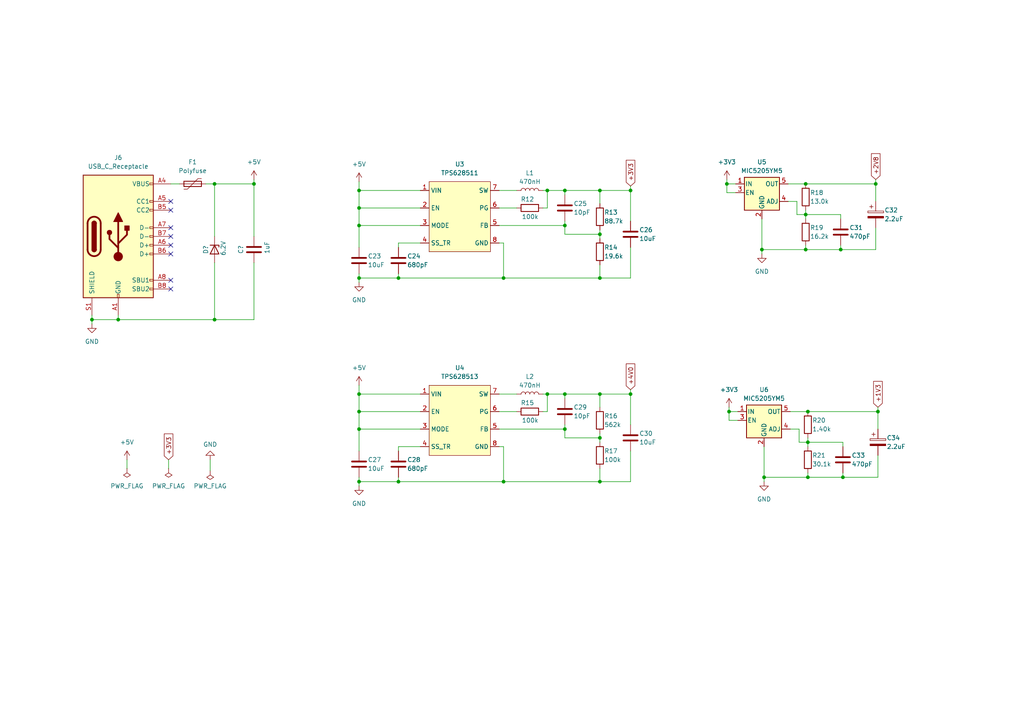
<source format=kicad_sch>
(kicad_sch (version 20230121) (generator eeschema)
  (paper "A4")
  (title_block (title "Power supply unit") (rev "1.0") (company "Politechnika Poznańska") (comment 1 "Mateusz Koza & Krzysztof Witkowski") (comment 2 "PUEiE project"))
  (lib_symbols
    (symbol "Connector:USB_C_Receptacle_USB2.0" (pin_names (offset 1.016))
      (property "Reference" "J" (at -10.16 19.05 0))
      (property "Value" "USB_C_Receptacle_USB2.0" (at 19.05 19.05 0))
      (symbol "USB_C_Receptacle_USB2.0_0_0"
        (rectangle (start -0.254 -17.78) (end 0.254 -16.764))
        (rectangle (start 10.16 -14.986) (end 9.144 -15.494))
        (rectangle (start 10.16 -12.446) (end 9.144 -12.954))
        (rectangle (start 10.16 -4.826) (end 9.144 -5.334))
        (rectangle (start 10.16 -2.286) (end 9.144 -2.794))
        (rectangle (start 10.16 0.254) (end 9.144 -0.254))
        (rectangle (start 10.16 2.794) (end 9.144 2.286))
        (rectangle (start 10.16 7.874) (end 9.144 7.366))
        (rectangle (start 10.16 10.414) (end 9.144 9.906))
        (rectangle (start 10.16 15.494) (end 9.144 14.986))
      )
      (symbol "USB_C_Receptacle_USB2.0_0_1"
        (rectangle (start -10.16 17.78) (end 10.16 -17.78) (stroke (width 0.254)) (fill (type background)))
        (arc (start -8.89 -3.81) (mid -6.985 -5.7067) (end -5.08 -3.81) (stroke (width 0.508)))
        (arc (start -7.62 -3.81) (mid -6.985 -4.4423) (end -6.35 -3.81) (stroke (width 0.254)))
        (arc (start -7.62 -3.81) (mid -6.985 -4.4423) (end -6.35 -3.81) (stroke (width 0.254)) (fill (type outline)))
        (rectangle (start -7.62 -3.81) (end -6.35 3.81) (stroke (width 0.254)) (fill (type outline)))
        (arc (start -6.35 3.81) (mid -6.985 4.4423) (end -7.62 3.81) (stroke (width 0.254)))
        (arc (start -6.35 3.81) (mid -6.985 4.4423) (end -7.62 3.81) (stroke (width 0.254)) (fill (type outline)))
        (arc (start -5.08 3.81) (mid -6.985 5.7067) (end -8.89 3.81) (stroke (width 0.508)))
        (circle (center -2.54 1.143) (radius 0.635) (stroke (width 0.254)) (fill (type outline)))
        (circle (center 0 -5.842) (radius 1.27) (fill (type outline)))
        (polyline (pts (xy -8.89 -3.81) (xy -8.89 3.81)) (stroke (width 0.508)))
        (polyline (pts (xy -5.08 3.81) (xy -5.08 -3.81)) (stroke (width 0.508)))
        (polyline (pts (xy 0 -5.842) (xy 0 4.318)) (stroke (width 0.508)))
        (polyline (pts (xy 0 -3.302) (xy -2.54 -0.762) (xy -2.54 0.508)) (stroke (width 0.508)))
        (polyline (pts (xy 0 -2.032) (xy 2.54 0.508) (xy 2.54 1.778)) (stroke (width 0.508)))
        (polyline (pts (xy -1.27 4.318) (xy 0 6.858) (xy 1.27 4.318) (xy -1.27 4.318)) (stroke (width 0.254)) (fill (type outline)))
        (rectangle (start 1.905 1.778) (end 3.175 3.048) (stroke (width 0.254)) (fill (type outline)))
      )
      (symbol "USB_C_Receptacle_USB2.0_1_1"
        (pin passive line (at 0 -22.86 90) (length 5.08) (name "GND") (number "A1"))
        (pin passive line (at 0 -22.86 90) (length 5.08) hide (name "GND") (number "A12"))
        (pin passive line (at 15.24 15.24 180) (length 5.08) (name "VBUS") (number "A4"))
        (pin bidirectional line (at 15.24 10.16 180) (length 5.08) (name "CC1") (number "A5"))
        (pin bidirectional line (at 15.24 -2.54 180) (length 5.08) (name "D+") (number "A6"))
        (pin bidirectional line (at 15.24 2.54 180) (length 5.08) (name "D-") (number "A7"))
        (pin bidirectional line (at 15.24 -12.7 180) (length 5.08) (name "SBU1") (number "A8"))
        (pin passive line (at 15.24 15.24 180) (length 5.08) hide (name "VBUS") (number "A9"))
        (pin passive line (at 0 -22.86 90) (length 5.08) hide (name "GND") (number "B1"))
        (pin passive line (at 0 -22.86 90) (length 5.08) hide (name "GND") (number "B12"))
        (pin passive line (at 15.24 15.24 180) (length 5.08) hide (name "VBUS") (number "B4"))
        (pin bidirectional line (at 15.24 7.62 180) (length 5.08) (name "CC2") (number "B5"))
        (pin bidirectional line (at 15.24 -5.08 180) (length 5.08) (name "D+") (number "B6"))
        (pin bidirectional line (at 15.24 0 180) (length 5.08) (name "D-") (number "B7"))
        (pin bidirectional line (at 15.24 -15.24 180) (length 5.08) (name "SBU2") (number "B8"))
        (pin passive line (at 15.24 15.24 180) (length 5.08) hide (name "VBUS") (number "B9"))
        (pin passive line (at -7.62 -22.86 90) (length 5.08) (name "SHIELD") (number "S1"))
      )
    )
    (symbol "Device:C" (pin_numbers hide) (pin_names (offset 0.254))
      (property "Reference" "C" (at 0.635 2.54 0))
      (property "Value" "C" (at 0.635 -2.54 0))
      (symbol "C_0_1"
        (polyline (pts (xy -2.032 -0.762) (xy 2.032 -0.762)) (stroke (width 0.508)))
        (polyline (pts (xy -2.032 0.762) (xy 2.032 0.762)) (stroke (width 0.508)))
      )
      (symbol "C_1_1"
        (pin passive line (at 0 3.81 270) (length 2.794) (name "~") (number "1"))
        (pin passive line (at 0 -3.81 90) (length 2.794) (name "~") (number "2"))
      )
    )
    (symbol "Device:C_Polarized" (pin_numbers hide) (pin_names (offset 0.254))
      (property "Reference" "C" (at 0.635 2.54 0))
      (property "Value" "C_Polarized" (at 0.635 -2.54 0))
      (symbol "C_Polarized_0_1"
        (rectangle (start -2.286 0.508) (end 2.286 1.016))
        (polyline (pts (xy -1.778 2.286) (xy -0.762 2.286)))
        (polyline (pts (xy -1.27 2.794) (xy -1.27 1.778)))
        (rectangle (start 2.286 -0.508) (end -2.286 -1.016) (fill (type outline)))
      )
      (symbol "C_Polarized_1_1"
        (pin passive line (at 0 3.81 270) (length 2.794) (name "~") (number "1"))
        (pin passive line (at 0 -3.81 90) (length 2.794) (name "~") (number "2"))
      )
    )
    (symbol "Device:D_Zener" (pin_numbers hide) (pin_names (offset 1.016) hide)
      (property "Reference" "D" (at 0 2.54 0))
      (property "Value" "D_Zener" (at 0 -2.54 0))
      (symbol "D_Zener_0_1"
        (polyline (pts (xy 1.27 0) (xy -1.27 0)))
        (polyline (pts (xy -1.27 -1.27) (xy -1.27 1.27) (xy -0.762 1.27)) (stroke (width 0.254)))
        (polyline (pts (xy 1.27 -1.27) (xy 1.27 1.27) (xy -1.27 0) (xy 1.27 -1.27)) (stroke (width 0.254)))
      )
      (symbol "D_Zener_1_1"
        (pin passive line (at -3.81 0 0) (length 2.54) (name "K") (number "1"))
        (pin passive line (at 3.81 0 180) (length 2.54) (name "A") (number "2"))
      )
    )
    (symbol "Device:L" (pin_numbers hide) (pin_names (offset 1.016) hide)
      (property "Reference" "L" (at -1.27 0 90))
      (property "Value" "L" (at 1.905 0 90))
      (symbol "L_0_1"
        (arc (start 0 -2.54) (mid 0.6323 -1.905) (end 0 -1.27))
        (arc (start 0 -1.27) (mid 0.6323 -0.635) (end 0 0))
        (arc (start 0 0) (mid 0.6323 0.635) (end 0 1.27))
        (arc (start 0 1.27) (mid 0.6323 1.905) (end 0 2.54))
      )
      (symbol "L_1_1"
        (pin passive line (at 0 3.81 270) (length 1.27) (name "1") (number "1"))
        (pin passive line (at 0 -3.81 90) (length 1.27) (name "2") (number "2"))
      )
    )
    (symbol "Device:Polyfuse" (pin_numbers hide) (pin_names (offset 0))
      (property "Reference" "F" (at -2.54 0 90))
      (property "Value" "Polyfuse" (at 2.54 0 90))
      (symbol "Polyfuse_0_1"
        (rectangle (start -0.762 2.54) (end 0.762 -2.54) (stroke (width 0.254)))
        (polyline (pts (xy 0 2.54) (xy 0 -2.54)))
        (polyline (pts (xy -1.524 2.54) (xy -1.524 1.524) (xy 1.524 -1.524) (xy 1.524 -2.54)))
      )
      (symbol "Polyfuse_1_1"
        (pin passive line (at 0 3.81 270) (length 1.27) (name "~") (number "1"))
        (pin passive line (at 0 -3.81 90) (length 1.27) (name "~") (number "2"))
      )
    )
    (symbol "Device:R" (pin_numbers hide) (pin_names (offset 0))
      (property "Reference" "R" (at 2.032 0 90))
      (property "Value" "R" (at 0 0 90))
      (symbol "R_0_1"
        (rectangle (start -1.016 -2.54) (end 1.016 2.54) (stroke (width 0.254)))
      )
      (symbol "R_1_1"
        (pin passive line (at 0 3.81 270) (length 1.27) (name "~") (number "1"))
        (pin passive line (at 0 -3.81 90) (length 1.27) (name "~") (number "2"))
      )
    )
    (symbol "Regulator_Linear:MIC5205YM5" (pin_names (offset 0.254))
      (property "Reference" "U" (at -3.81 5.715 0))
      (property "Value" "MIC5205YM5" (at 0 5.715 0))
      (symbol "MIC5205YM5_0_1"
        (rectangle (start -5.08 4.445) (end 5.08 -5.08) (stroke (width 0.254)) (fill (type background)))
      )
      (symbol "MIC5205YM5_1_1"
        (pin power_in line (at -7.62 2.54 0) (length 2.54) (name "IN") (number "1"))
        (pin power_in line (at 0 -7.62 90) (length 2.54) (name "GND") (number "2"))
        (pin input line (at -7.62 0 0) (length 2.54) (name "EN") (number "3"))
        (pin input line (at 7.62 -2.54 180) (length 2.54) (name "ADJ") (number "4"))
        (pin power_out line (at 7.62 2.54 180) (length 2.54) (name "OUT") (number "5"))
      )
    )
    (symbol "TPS62851x:TPS62851x"
      (property "Reference" "U" (at 0 15.24 0))
      (property "Value" "TPS62851x" (at 0 12.7 0))
      (symbol "TPS62851x_1_1"
        (rectangle (start -8.89 10.16) (end 8.89 -10.16) (fill (type background)))
        (pin power_in line (at -11.43 7.62 0) (length 2.54) (name "VIN") (number "1"))
        (pin input line (at -11.43 2.54 0) (length 2.54) (name "EN") (number "2"))
        (pin input line (at -11.43 -2.54 0) (length 2.54) (name "MODE") (number "3"))
        (pin input line (at -11.43 -7.62 0) (length 2.54) (name "SS_TR") (number "4"))
        (pin input line (at 11.43 -2.54 180) (length 2.54) (name "FB") (number "5"))
        (pin output line (at 11.43 2.54 180) (length 2.54) (name "PG") (number "6"))
        (pin power_out line (at 11.43 7.62 180) (length 2.54) (name "SW") (number "7"))
        (pin power_in line (at 11.43 -7.62 180) (length 2.54) (name "GND") (number "8"))
      )
    )
    (symbol "power:+3V3" (power) (pin_names (offset 0))
      (property "Value" "+3V3" (at 0 3.556 0))
      (symbol "+3V3_0_1"
        (polyline (pts (xy -0.762 1.27) (xy 0 2.54)))
        (polyline (pts (xy 0 0) (xy 0 2.54)))
        (polyline (pts (xy 0 2.54) (xy 0.762 1.27)))
      )
      (symbol "+3V3_1_1"
        (pin power_in line (at 0 0 90) (length 0) hide (name "+3V3") (number "1"))
      )
    )
    (symbol "power:+5V" (power) (pin_names (offset 0))
      (property "Value" "+5V" (at 0 3.556 0))
      (symbol "+5V_0_1"
        (polyline (pts (xy -0.762 1.27) (xy 0 2.54)))
        (polyline (pts (xy 0 0) (xy 0 2.54)))
        (polyline (pts (xy 0 2.54) (xy 0.762 1.27)))
      )
      (symbol "+5V_1_1"
        (pin power_in line (at 0 0 90) (length 0) hide (name "+5V") (number "1"))
      )
    )
    (symbol "power:GND" (power) (pin_names (offset 0))
      (property "Value" "GND" (at 0 -3.81 0))
      (symbol "GND_0_1"
        (polyline (pts (xy 0 0) (xy 0 -1.27) (xy 1.27 -1.27) (xy 0 -2.54) (xy -1.27 -1.27) (xy 0 -1.27)))
      )
      (symbol "GND_1_1"
        (pin power_in line (at 0 0 270) (length 0) hide (name "GND") (number "1"))
      )
    )
    (symbol "power:PWR_FLAG" (power) (pin_numbers hide) (pin_names (offset 0) hide)
      (property "Value" "PWR_FLAG" (at 0 3.81 0))
      (symbol "PWR_FLAG_0_0"
        (pin power_out line (at 0 0 90) (length 0) (name "pwr") (number "1"))
      )
      (symbol "PWR_FLAG_0_1"
        (polyline (pts (xy 0 0) (xy 0 1.27) (xy -1.016 1.905) (xy 0 2.54) (xy 1.016 1.905) (xy 0 1.27)))
      )
    )
  )
  (junction (at 173.99 55.245))
  (junction (at 234.315 119.38))
  (junction (at 158.75 55.245))
  (junction (at 73.66 53.34))
  (junction (at 34.29 92.71))
  (junction (at 233.68 72.39))
  (junction (at 243.84 72.39))
  (junction (at 115.57 80.645))
  (junction (at 254.635 119.38))
  (junction (at 173.99 114.3))
  (junction (at 254 53.34))
  (junction (at 146.05 139.7))
  (junction (at 158.75 114.3))
  (junction (at 104.14 55.245))
  (junction (at 104.14 124.46))
  (junction (at 163.83 124.46))
  (junction (at 104.14 119.38))
  (junction (at 104.14 80.645))
  (junction (at 233.68 62.23))
  (junction (at 163.83 65.405))
  (junction (at 173.99 139.7))
  (junction (at 104.14 114.3))
  (junction (at 221.615 138.43))
  (junction (at 173.99 127))
  (junction (at 115.57 139.7))
  (junction (at 26.67 92.71))
  (junction (at 182.88 55.245))
  (junction (at 182.88 114.3))
  (junction (at 62.23 53.34))
  (junction (at 104.14 65.405))
  (junction (at 244.475 138.43))
  (junction (at 62.23 92.71))
  (junction (at 220.98 72.39))
  (junction (at 173.99 80.645))
  (junction (at 104.14 60.325))
  (junction (at 173.99 67.945))
  (junction (at 211.455 119.38))
  (junction (at 234.315 138.43))
  (junction (at 210.82 53.34))
  (junction (at 163.83 114.3))
  (junction (at 163.83 55.245))
  (junction (at 233.68 53.34))
  (junction (at 104.14 139.7))
  (junction (at 234.315 128.27))
  (junction (at 146.05 80.645))
  (no_connect (at 49.53 58.42))
  (no_connect (at 49.53 60.96))
  (no_connect (at 49.53 83.82))
  (no_connect (at 49.53 68.58))
  (no_connect (at 49.53 71.12))
  (no_connect (at 49.53 73.66))
  (no_connect (at 49.53 81.28))
  (no_connect (at 49.53 66.04))
  (wire (pts (xy 104.14 111.76) (xy 104.14 114.3)))
  (wire (pts (xy 62.23 53.34) (xy 62.23 68.58)))
  (wire (pts (xy 158.75 114.3) (xy 163.83 114.3)))
  (wire (pts (xy 220.98 72.39) (xy 220.98 73.66)))
  (wire (pts (xy 163.83 123.19) (xy 163.83 124.46)))
  (wire (pts (xy 244.475 137.16) (xy 244.475 138.43)))
  (wire (pts (xy 157.48 119.38) (xy 158.75 119.38)))
  (wire (pts (xy 104.14 124.46) (xy 121.92 124.46)))
  (wire (pts (xy 163.83 67.945) (xy 173.99 67.945)))
  (wire (pts (xy 144.78 119.38) (xy 149.86 119.38)))
  (wire (pts (xy 221.615 129.54) (xy 221.615 138.43)))
  (wire (pts (xy 115.57 80.645) (xy 115.57 79.375)))
  (wire (pts (xy 158.75 114.3) (xy 157.48 114.3)))
  (wire (pts (xy 254.635 138.43) (xy 244.475 138.43)))
  (wire (pts (xy 104.14 138.43) (xy 104.14 139.7)))
  (wire (pts (xy 254.635 119.38) (xy 254.635 124.46)))
  (wire (pts (xy 220.98 63.5) (xy 220.98 72.39)))
  (wire (pts (xy 163.83 124.46) (xy 163.83 127)))
  (wire (pts (xy 163.83 114.3) (xy 173.99 114.3)))
  (wire (pts (xy 220.98 72.39) (xy 233.68 72.39)))
  (wire (pts (xy 144.78 124.46) (xy 163.83 124.46)))
  (wire (pts (xy 104.14 80.645) (xy 115.57 80.645)))
  (wire (pts (xy 59.69 53.34) (xy 62.23 53.34)))
  (wire (pts (xy 48.895 133.35) (xy 48.895 135.89)))
  (wire (pts (xy 254 72.39) (xy 243.84 72.39)))
  (wire (pts (xy 231.775 128.27) (xy 234.315 128.27)))
  (wire (pts (xy 173.99 127) (xy 173.99 128.27)))
  (wire (pts (xy 115.57 139.7) (xy 115.57 138.43)))
  (wire (pts (xy 146.05 80.645) (xy 173.99 80.645)))
  (wire (pts (xy 182.88 53.975) (xy 182.88 55.245)))
  (wire (pts (xy 233.68 62.23) (xy 243.84 62.23)))
  (wire (pts (xy 73.66 52.07) (xy 73.66 53.34)))
  (wire (pts (xy 243.84 63.5) (xy 243.84 62.23)))
  (wire (pts (xy 26.67 92.71) (xy 34.29 92.71)))
  (wire (pts (xy 115.57 139.7) (xy 146.05 139.7)))
  (wire (pts (xy 254 53.34) (xy 254 58.42)))
  (wire (pts (xy 104.14 114.3) (xy 121.92 114.3)))
  (wire (pts (xy 104.14 139.7) (xy 104.14 140.97)))
  (wire (pts (xy 213.995 121.92) (xy 211.455 121.92)))
  (wire (pts (xy 182.88 113.03) (xy 182.88 114.3)))
  (wire (pts (xy 36.83 133.35) (xy 36.83 135.89)))
  (wire (pts (xy 221.615 138.43) (xy 234.315 138.43)))
  (wire (pts (xy 158.75 55.245) (xy 163.83 55.245)))
  (wire (pts (xy 62.23 92.71) (xy 73.66 92.71)))
  (wire (pts (xy 115.57 80.645) (xy 146.05 80.645)))
  (wire (pts (xy 182.88 114.3) (xy 182.88 123.19)))
  (wire (pts (xy 144.78 55.245) (xy 149.86 55.245)))
  (wire (pts (xy 234.315 128.27) (xy 244.475 128.27)))
  (wire (pts (xy 254 66.04) (xy 254 72.39)))
  (wire (pts (xy 182.88 130.81) (xy 182.88 139.7)))
  (wire (pts (xy 173.99 80.645) (xy 182.88 80.645)))
  (wire (pts (xy 115.57 130.81) (xy 115.57 129.54)))
  (wire (pts (xy 158.75 60.325) (xy 158.75 55.245)))
  (wire (pts (xy 233.68 72.39) (xy 233.68 71.12)))
  (wire (pts (xy 244.475 138.43) (xy 234.315 138.43)))
  (wire (pts (xy 104.14 52.705) (xy 104.14 55.245)))
  (wire (pts (xy 234.315 127) (xy 234.315 128.27)))
  (wire (pts (xy 173.99 55.245) (xy 173.99 59.055)))
  (wire (pts (xy 104.14 124.46) (xy 104.14 130.81)))
  (wire (pts (xy 144.78 114.3) (xy 149.86 114.3)))
  (wire (pts (xy 34.29 92.71) (xy 62.23 92.71)))
  (wire (pts (xy 163.83 56.515) (xy 163.83 55.245)))
  (wire (pts (xy 234.315 128.27) (xy 234.315 129.54)))
  (wire (pts (xy 173.99 76.835) (xy 173.99 80.645)))
  (wire (pts (xy 26.67 92.71) (xy 26.67 93.98)))
  (wire (pts (xy 233.68 60.96) (xy 233.68 62.23)))
  (wire (pts (xy 211.455 118.11) (xy 211.455 119.38)))
  (wire (pts (xy 163.83 115.57) (xy 163.83 114.3)))
  (wire (pts (xy 211.455 121.92) (xy 211.455 119.38)))
  (wire (pts (xy 62.23 53.34) (xy 73.66 53.34)))
  (wire (pts (xy 173.99 114.3) (xy 182.88 114.3)))
  (wire (pts (xy 244.475 129.54) (xy 244.475 128.27)))
  (wire (pts (xy 104.14 114.3) (xy 104.14 119.38)))
  (wire (pts (xy 173.99 67.945) (xy 173.99 69.215)))
  (wire (pts (xy 173.99 66.675) (xy 173.99 67.945)))
  (wire (pts (xy 144.78 60.325) (xy 149.86 60.325)))
  (wire (pts (xy 254.635 118.11) (xy 254.635 119.38)))
  (wire (pts (xy 146.05 70.485) (xy 146.05 80.645)))
  (wire (pts (xy 221.615 138.43) (xy 221.615 139.7)))
  (wire (pts (xy 144.78 65.405) (xy 163.83 65.405)))
  (wire (pts (xy 210.82 55.88) (xy 210.82 53.34)))
  (wire (pts (xy 104.14 79.375) (xy 104.14 80.645)))
  (wire (pts (xy 229.235 119.38) (xy 234.315 119.38)))
  (wire (pts (xy 213.36 55.88) (xy 210.82 55.88)))
  (wire (pts (xy 234.315 138.43) (xy 234.315 137.16)))
  (wire (pts (xy 182.88 71.755) (xy 182.88 80.645)))
  (wire (pts (xy 254.635 132.08) (xy 254.635 138.43)))
  (wire (pts (xy 73.66 53.34) (xy 73.66 68.58)))
  (wire (pts (xy 158.75 119.38) (xy 158.75 114.3)))
  (wire (pts (xy 254 52.07) (xy 254 53.34)))
  (wire (pts (xy 173.99 55.245) (xy 182.88 55.245)))
  (wire (pts (xy 233.68 62.23) (xy 233.68 63.5)))
  (wire (pts (xy 234.315 119.38) (xy 254.635 119.38)))
  (wire (pts (xy 231.14 62.23) (xy 233.68 62.23)))
  (wire (pts (xy 163.83 64.135) (xy 163.83 65.405)))
  (wire (pts (xy 231.14 58.42) (xy 231.14 62.23)))
  (wire (pts (xy 211.455 119.38) (xy 213.995 119.38)))
  (wire (pts (xy 104.14 65.405) (xy 121.92 65.405)))
  (wire (pts (xy 163.83 65.405) (xy 163.83 67.945)))
  (wire (pts (xy 146.05 129.54) (xy 146.05 139.7)))
  (wire (pts (xy 104.14 65.405) (xy 104.14 71.755)))
  (wire (pts (xy 163.83 55.245) (xy 173.99 55.245)))
  (wire (pts (xy 144.78 70.485) (xy 146.05 70.485)))
  (wire (pts (xy 115.57 71.755) (xy 115.57 70.485)))
  (wire (pts (xy 163.83 127) (xy 173.99 127)))
  (wire (pts (xy 26.67 91.44) (xy 26.67 92.71)))
  (wire (pts (xy 49.53 53.34) (xy 52.07 53.34)))
  (wire (pts (xy 158.75 55.245) (xy 157.48 55.245)))
  (wire (pts (xy 228.6 53.34) (xy 233.68 53.34)))
  (wire (pts (xy 243.84 71.12) (xy 243.84 72.39)))
  (wire (pts (xy 104.14 55.245) (xy 121.92 55.245)))
  (wire (pts (xy 173.99 125.73) (xy 173.99 127)))
  (wire (pts (xy 73.66 76.2) (xy 73.66 92.71)))
  (wire (pts (xy 60.96 133.35) (xy 60.96 136.525)))
  (wire (pts (xy 34.29 91.44) (xy 34.29 92.71)))
  (wire (pts (xy 231.775 124.46) (xy 231.775 128.27)))
  (wire (pts (xy 243.84 72.39) (xy 233.68 72.39)))
  (wire (pts (xy 62.23 76.2) (xy 62.23 92.71)))
  (wire (pts (xy 173.99 114.3) (xy 173.99 118.11)))
  (wire (pts (xy 104.14 60.325) (xy 121.92 60.325)))
  (wire (pts (xy 173.99 135.89) (xy 173.99 139.7)))
  (wire (pts (xy 104.14 139.7) (xy 115.57 139.7)))
  (wire (pts (xy 229.235 124.46) (xy 231.775 124.46)))
  (wire (pts (xy 104.14 60.325) (xy 104.14 65.405)))
  (wire (pts (xy 104.14 80.645) (xy 104.14 81.915)))
  (wire (pts (xy 104.14 55.245) (xy 104.14 60.325)))
  (wire (pts (xy 115.57 70.485) (xy 121.92 70.485)))
  (wire (pts (xy 233.68 53.34) (xy 254 53.34)))
  (wire (pts (xy 210.82 52.07) (xy 210.82 53.34)))
  (wire (pts (xy 104.14 119.38) (xy 104.14 124.46)))
  (wire (pts (xy 173.99 139.7) (xy 182.88 139.7)))
  (wire (pts (xy 210.82 53.34) (xy 213.36 53.34)))
  (wire (pts (xy 144.78 129.54) (xy 146.05 129.54)))
  (wire (pts (xy 104.14 119.38) (xy 121.92 119.38)))
  (wire (pts (xy 146.05 139.7) (xy 173.99 139.7)))
  (wire (pts (xy 182.88 55.245) (xy 182.88 64.135)))
  (wire (pts (xy 228.6 58.42) (xy 231.14 58.42)))
  (wire (pts (xy 157.48 60.325) (xy 158.75 60.325)))
  (wire (pts (xy 115.57 129.54) (xy 121.92 129.54)))
  (global_label "+3V3" (shape input) (at 182.88 53.975 90) (property "Intersheetrefs" "${INTERSHEET_REFS}" (effects hide)))
  (global_label "+4V0" (shape input) (at 182.88 113.03 90) (property "Intersheetrefs" "${INTERSHEET_REFS}" (effects hide)))
  (global_label "+1V3" (shape input) (at 254.635 118.11 90) (property "Intersheetrefs" "${INTERSHEET_REFS}" (effects hide)))
  (global_label "+2V8" (shape input) (at 254 52.07 90) (property "Intersheetrefs" "${INTERSHEET_REFS}" (effects hide)))
  (global_label "+3V3" (shape input) (at 48.895 133.35 90) (property "Intersheetrefs" "${INTERSHEET_REFS}" (effects hide)))
  (symbol (lib_id "power:GND") (at 104.14 140.97 0) (unit 1)
    (property "Reference" "#PWR0136" (effects hide))
    (property "Value" "GND" (at 104.14 146.05 0))
  )
  (symbol (lib_id "Device:C") (at 73.66 72.39 0) (unit 1)
    (property "Reference" "C?" (at 69.85 73.66 90) (effects (justify left)))
    (property "Value" "1uF" (at 77.47 73.66 90) (effects (justify left)))
    (property "Footprint" "Capacitor_SMD:C_0603_1608Metric_Pad1.08x0.95mm_HandSolder" (effects hide))
    (instances (project "Mobile_Camera" (path "" (reference "C?") (unit 1)) (path "" (reference "C22") (unit 1))))
  )
  (symbol (lib_id "Device:C") (at 244.475 133.35 0) (unit 1)
    (property "Reference" "C33" (at 247.015 132.08 0) (effects (justify left)))
    (property "Value" "470pF" (at 247.015 134.62 0) (effects (justify left)))
    (property "Footprint" "Capacitor_SMD:C_0603_1608Metric_Pad1.08x0.95mm_HandSolder" (effects hide))
  )
  (symbol (lib_id "Device:C") (at 182.88 67.945 0) (unit 1)
    (property "Reference" "C26" (at 185.42 66.675 0) (effects (justify left)))
    (property "Value" "10uF" (at 185.42 69.215 0) (effects (justify left)))
    (property "Footprint" "Capacitor_SMD:C_0603_1608Metric_Pad1.08x0.95mm_HandSolder" (effects hide))
  )
  (symbol (lib_id "power:GND") (at 220.98 73.66 0) (unit 1)
    (property "Reference" "#PWR0140" (effects hide))
    (property "Value" "GND" (at 220.98 78.74 0))
  )
  (symbol (lib_id "Device:D_Zener") (at 62.23 72.39 270) (unit 1)
    (property "Reference" "D?" (at 59.69 71.12 0) (effects (justify left)))
    (property "Value" "6.2V" (at 64.77 69.85 0) (effects (justify left)))
    (property "Footprint" "Diode_SMD:D_SOD-323_HandSoldering" (effects hide))
    (instances (project "Mobile_Camera" (path "" (reference "D?") (unit 1)) (path "" (reference "D5") (unit 1))))
  )
  (symbol (lib_id "Regulator_Linear:MIC5205YM5") (at 221.615 121.92 0) (unit 1)
    (property "Reference" "U6" (at 221.615 113.03 0))
    (property "Value" "MIC5205YM5" (at 221.615 115.57 0))
    (property "Footprint" "Package_TO_SOT_SMD:SOT-23-5" (effects hide))
    (property "Datasheet" "http://ww1.microchip.com/downloads/en/DeviceDoc/20005785A.pdf" (effects hide))
  )
  (symbol (lib_id "Device:R") (at 153.67 60.325 90) (unit 1)
    (property "Reference" "R12" (at 154.94 57.785 90) (effects (justify left)))
    (property "Value" "100k" (at 156.21 62.865 90) (effects (justify left)))
    (property "Footprint" "Resistor_SMD:R_0603_1608Metric_Pad0.98x0.95mm_HandSolder" (effects hide))
  )
  (symbol (lib_id "power:PWR_FLAG") (at 48.895 135.89 180) (unit 1)
    (property "Reference" "#FLG0102" (effects hide))
    (property "Value" "PWR_FLAG" (at 48.895 140.97 0))
  )
  (symbol (lib_id "Device:C_Polarized") (at 254.635 128.27 0) (unit 1)
    (property "Reference" "C34" (at 257.175 127 0) (effects (justify left)))
    (property "Value" "2.2uF" (at 257.175 129.54 0) (effects (justify left)))
    (property "Footprint" "Capacitor_SMD:C_0603_1608Metric_Pad1.08x0.95mm_HandSolder" (effects hide))
  )
  (symbol (lib_id "Connector:USB_C_Receptacle_USB2.0") (at 34.29 68.58 0) (unit 1)
    (property "Reference" "J6" (at 34.29 45.72 0))
    (property "Value" "USB_C_Receptacle" (at 34.29 48.26 0))
    (property "Footprint" "Connector_USB:USB_C_Receptacle_JAE_DX07S016JA1R1500" (effects hide))
    (property "Datasheet" "https://www.usb.org/sites/default/files/documents/usb_type-c.zip" (effects hide))
  )
  (symbol (lib_id "Device:L") (at 153.67 114.3 90) (unit 1)
    (property "Reference" "L2" (at 153.67 109.22 90))
    (property "Value" "470nH" (at 153.67 111.76 90))
    (property "Footprint" "Inductor_SMD:L_Vishay_IHLP-1616" (effects hide))
  )
  (symbol (lib_id "Device:R") (at 173.99 73.025 0) (unit 1)
    (property "Reference" "R14" (at 175.26 71.755 0) (effects (justify left)))
    (property "Value" "19.6k" (at 175.26 74.295 0) (effects (justify left)))
    (property "Footprint" "Resistor_SMD:R_0603_1608Metric_Pad0.98x0.95mm_HandSolder" (effects hide))
  )
  (symbol (lib_id "Device:Polyfuse") (at 55.88 53.34 90) (unit 1)
    (property "Reference" "F1" (at 55.88 46.99 90))
    (property "Value" "Polyfuse" (at 55.88 49.53 90))
    (property "Footprint" "Fuse:Fuse_1812_4532Metric_Pad1.30x3.40mm_HandSolder" (effects hide))
  )
  (symbol (lib_id "Device:C_Polarized") (at 254 62.23 0) (unit 1)
    (property "Reference" "C32" (at 256.54 60.96 0) (effects (justify left)))
    (property "Value" "2.2uF" (at 256.54 63.5 0) (effects (justify left)))
    (property "Footprint" "Capacitor_SMD:C_0603_1608Metric_Pad1.08x0.95mm_HandSolder" (effects hide))
  )
  (symbol (lib_id "power:PWR_FLAG") (at 36.83 135.89 180) (unit 1)
    (property "Reference" "#FLG0101" (effects hide))
    (property "Value" "PWR_FLAG" (at 36.83 140.97 0))
  )
  (symbol (lib_id "Device:C") (at 104.14 134.62 0) (unit 1)
    (property "Reference" "C27" (at 106.68 133.35 0) (effects (justify left)))
    (property "Value" "10uF" (at 106.68 135.89 0) (effects (justify left)))
    (property "Footprint" "Capacitor_SMD:C_0603_1608Metric_Pad1.08x0.95mm_HandSolder" (effects hide))
  )
  (symbol (lib_id "Device:C") (at 104.14 75.565 0) (unit 1)
    (property "Reference" "C23" (at 106.68 74.295 0) (effects (justify left)))
    (property "Value" "10uF" (at 106.68 76.835 0) (effects (justify left)))
    (property "Footprint" "Capacitor_SMD:C_0603_1608Metric_Pad1.08x0.95mm_HandSolder" (effects hide))
  )
  (symbol (lib_id "power:+3V3") (at 211.455 118.11 0) (unit 1)
    (property "Reference" "#PWR0135" (effects hide))
    (property "Value" "+3V3" (at 211.455 113.03 0))
  )
  (symbol (lib_id "power:GND") (at 221.615 139.7 0) (unit 1)
    (property "Reference" "#PWR0134" (effects hide))
    (property "Value" "GND" (at 221.615 144.78 0))
  )
  (symbol (lib_id "power:+5V") (at 104.14 52.705 0) (unit 1)
    (property "Reference" "#PWR0143" (effects hide))
    (property "Value" "+5V" (at 104.14 47.625 0))
  )
  (symbol (lib_id "TPS62851x:TPS62851x") (at 133.35 121.92 0) (unit 1)
    (property "Reference" "U4" (at 133.35 106.68 0))
    (property "Value" "TPS628513" (at 133.35 109.22 0))
    (property "Footprint" "TSP62851x:SOT-583" (effects hide))
    (property "Datasheet" "https://www.ti.com/lit/ds/symlink/tps628513.pdf?HQS=dis-mous-null-mousermode-dsf-pf-null-wwe&ts=1702382131258&ref_url=https%253A%252F%252Fwww.mouser.pl%252F" (effects hide))
  )
  (symbol (lib_id "Device:C") (at 163.83 119.38 0) (unit 1)
    (property "Reference" "C29" (at 166.37 118.11 0) (effects (justify left)))
    (property "Value" "10pF" (at 166.37 120.65 0) (effects (justify left)))
    (property "Footprint" "Capacitor_SMD:C_0603_1608Metric_Pad1.08x0.95mm_HandSolder" (effects hide))
  )
  (symbol (lib_id "Device:C") (at 182.88 127 0) (unit 1)
    (property "Reference" "C30" (at 185.42 125.73 0) (effects (justify left)))
    (property "Value" "10uF" (at 185.42 128.27 0) (effects (justify left)))
    (property "Footprint" "Capacitor_SMD:C_0603_1608Metric_Pad1.08x0.95mm_HandSolder" (effects hide))
  )
  (symbol (lib_id "power:+5V") (at 104.14 111.76 0) (unit 1)
    (property "Reference" "#PWR0137" (effects hide))
    (property "Value" "+5V" (at 104.14 106.68 0))
  )
  (symbol (lib_id "power:+5V") (at 73.66 52.07 0) (unit 1)
    (property "Reference" "#PWR0144" (effects hide))
    (property "Value" "+5V" (at 73.66 46.99 0))
  )
  (symbol (lib_id "power:GND") (at 104.14 81.915 0) (unit 1)
    (property "Reference" "#PWR0142" (effects hide))
    (property "Value" "GND" (at 104.14 86.995 0))
  )
  (symbol (lib_id "power:PWR_FLAG") (at 60.96 136.525 180) (unit 1)
    (property "Reference" "#FLG01" (effects hide))
    (property "Value" "PWR_FLAG" (at 60.96 140.97 0))
  )
  (symbol (lib_id "Device:R") (at 233.68 57.15 0) (unit 1)
    (property "Reference" "R18" (at 234.95 55.88 0) (effects (justify left)))
    (property "Value" "13.0k" (at 234.95 58.42 0) (effects (justify left)))
    (property "Footprint" "Resistor_SMD:R_0603_1608Metric_Pad0.98x0.95mm_HandSolder" (effects hide))
  )
  (symbol (lib_id "Device:R") (at 153.67 119.38 90) (unit 1)
    (property "Reference" "R15" (at 154.94 116.84 90) (effects (justify left)))
    (property "Value" "100k" (at 156.21 121.92 90) (effects (justify left)))
    (property "Footprint" "Resistor_SMD:R_0603_1608Metric_Pad0.98x0.95mm_HandSolder" (effects hide))
  )
  (symbol (lib_id "power:GND") (at 26.67 93.98 0) (unit 1)
    (property "Reference" "#PWR?" (effects hide))
    (property "Value" "GND" (at 26.67 99.06 0))
    (instances (project "Mobile_Camera" (path "" (reference "#PWR?") (unit 1)) (path "" (reference "#PWR0139") (unit 1))))
  )
  (symbol (lib_id "Device:C") (at 243.84 67.31 0) (unit 1)
    (property "Reference" "C31" (at 246.38 66.04 0) (effects (justify left)))
    (property "Value" "470pF" (at 246.38 68.58 0) (effects (justify left)))
    (property "Footprint" "Capacitor_SMD:C_0603_1608Metric_Pad1.08x0.95mm_HandSolder" (effects hide))
  )
  (symbol (lib_id "power:GND") (at 60.96 133.35 180) (unit 1)
    (property "Reference" "#PWR01" (effects hide))
    (property "Value" "GND" (at 60.96 128.905 0))
  )
  (symbol (lib_id "power:+3V3") (at 210.82 52.07 0) (unit 1)
    (property "Reference" "#PWR0141" (effects hide))
    (property "Value" "+3V3" (at 210.82 46.99 0))
  )
  (symbol (lib_id "Device:C") (at 115.57 75.565 0) (unit 1)
    (property "Reference" "C24" (at 118.11 74.295 0) (effects (justify left)))
    (property "Value" "680pF" (at 118.11 76.835 0) (effects (justify left)))
    (property "Footprint" "Capacitor_SMD:C_0603_1608Metric_Pad1.08x0.95mm_HandSolder" (effects hide))
  )
  (symbol (lib_id "Device:C") (at 115.57 134.62 0) (unit 1)
    (property "Reference" "C28" (at 118.11 133.35 0) (effects (justify left)))
    (property "Value" "680pF" (at 118.11 135.89 0) (effects (justify left)))
    (property "Footprint" "Capacitor_SMD:C_0603_1608Metric_Pad1.08x0.95mm_HandSolder" (effects hide))
  )
  (symbol (lib_id "Device:R") (at 173.99 121.92 0) (unit 1)
    (property "Reference" "R16" (at 175.26 120.65 0) (effects (justify left)))
    (property "Value" "562k" (at 175.26 123.19 0) (effects (justify left)))
    (property "Footprint" "Resistor_SMD:R_0603_1608Metric_Pad0.98x0.95mm_HandSolder" (effects hide))
  )
  (symbol (lib_id "Device:R") (at 173.99 132.08 0) (unit 1)
    (property "Reference" "R17" (at 175.26 130.81 0) (effects (justify left)))
    (property "Value" "100k" (at 175.26 133.35 0) (effects (justify left)))
    (property "Footprint" "Resistor_SMD:R_0603_1608Metric_Pad0.98x0.95mm_HandSolder" (effects hide))
  )
  (symbol (lib_id "Device:R") (at 234.315 133.35 0) (unit 1)
    (property "Reference" "R21" (at 235.585 132.08 0) (effects (justify left)))
    (property "Value" "30.1k" (at 235.585 134.62 0) (effects (justify left)))
    (property "Footprint" "Resistor_SMD:R_0603_1608Metric_Pad0.98x0.95mm_HandSolder" (effects hide))
  )
  (symbol (lib_id "Device:C") (at 163.83 60.325 0) (unit 1)
    (property "Reference" "C25" (at 166.37 59.055 0) (effects (justify left)))
    (property "Value" "10pF" (at 166.37 61.595 0) (effects (justify left)))
    (property "Footprint" "Capacitor_SMD:C_0603_1608Metric_Pad1.08x0.95mm_HandSolder" (effects hide))
  )
  (symbol (lib_id "Device:R") (at 234.315 123.19 0) (unit 1)
    (property "Reference" "R20" (at 235.585 121.92 0) (effects (justify left)))
    (property "Value" "1.40k" (at 235.585 124.46 0) (effects (justify left)))
    (property "Footprint" "Resistor_SMD:R_0603_1608Metric_Pad0.98x0.95mm_HandSolder" (effects hide))
  )
  (symbol (lib_id "Regulator_Linear:MIC5205YM5") (at 220.98 55.88 0) (unit 1)
    (property "Reference" "U5" (at 220.98 46.99 0))
    (property "Value" "MIC5205YM5" (at 220.98 49.53 0))
    (property "Footprint" "Package_TO_SOT_SMD:SOT-23-5" (effects hide))
    (property "Datasheet" "http://ww1.microchip.com/downloads/en/DeviceDoc/20005785A.pdf" (effects hide))
  )
  (symbol (lib_id "TPS62851x:TPS62851x") (at 133.35 62.865 0) (unit 1)
    (property "Reference" "U3" (at 133.35 47.625 0))
    (property "Value" "TPS628511" (at 133.35 50.165 0))
    (property "Footprint" "TSP62851x:SOT-583" (effects hide))
    (property "Datasheet" "https://www.ti.com/lit/ds/symlink/tps628513.pdf?HQS=dis-mous-null-mousermode-dsf-pf-null-wwe&ts=1702382131258&ref_url=https%253A%252F%252Fwww.mouser.pl%252F" (effects hide))
  )
  (symbol (lib_id "power:+5V") (at 36.83 133.35 0) (unit 1)
    (property "Reference" "#PWR0138" (effects hide))
    (property "Value" "+5V" (at 36.83 128.27 0))
  )
  (symbol (lib_id "Device:R") (at 173.99 62.865 0) (unit 1)
    (property "Reference" "R13" (at 175.26 61.595 0) (effects (justify left)))
    (property "Value" "88.7k" (at 175.26 64.135 0) (effects (justify left)))
    (property "Footprint" "Resistor_SMD:R_0603_1608Metric_Pad0.98x0.95mm_HandSolder" (effects hide))
  )
  (symbol (lib_id "Device:R") (at 233.68 67.31 0) (unit 1)
    (property "Reference" "R19" (at 234.95 66.04 0) (effects (justify left)))
    (property "Value" "16.2k" (at 234.95 68.58 0) (effects (justify left)))
    (property "Footprint" "Resistor_SMD:R_0603_1608Metric_Pad0.98x0.95mm_HandSolder" (effects hide))
  )
  (symbol (lib_id "Device:L") (at 153.67 55.245 90) (unit 1)
    (property "Reference" "L1" (at 153.67 50.165 90))
    (property "Value" "470nH" (at 153.67 52.705 90))
    (property "Footprint" "Inductor_SMD:L_Vishay_IHLP-1616" (effects hide))
  )
)
</source>
